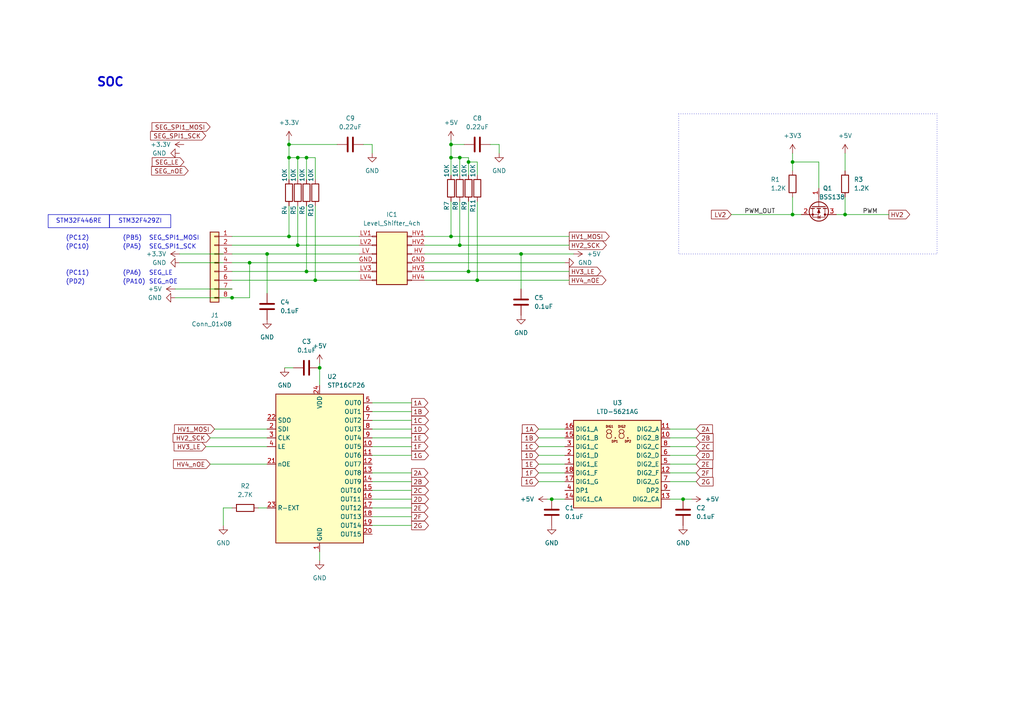
<source format=kicad_sch>
(kicad_sch (version 20230121) (generator eeschema)
  (paper "A4")
  (title_block (title "[AMDS] 2-Digit 7-Segment Schematic"))
  (lib_symbols
    (symbol "+3.3V_2" (power) (pin_numbers hide) (pin_names (offset 0) hide)
      (property "Value" "+3.3V_2" (at 0 3.556 0))
      (symbol "+3.3V_2_0_1"
        (polyline (pts (xy -0.762 1.27) (xy 0 2.54)))
        (polyline (pts (xy 0 0) (xy 0 2.54)))
        (polyline (pts (xy 0 2.54) (xy 0.762 1.27)))
      )
      (symbol "+3.3V_2_1_1"
        (pin power_in line (at 0 0 90) (length 0) hide (name "+3.3V") (number "1"))
      )
    )
    (symbol "+5V_1" (power) (pin_numbers hide) (pin_names (offset 0) hide)
      (property "Value" "+5V_1" (at 0 3.556 0))
      (symbol "+5V_1_0_1"
        (polyline (pts (xy -0.762 1.27) (xy 0 2.54)))
        (polyline (pts (xy 0 0) (xy 0 2.54)))
        (polyline (pts (xy 0 2.54) (xy 0.762 1.27)))
      )
      (symbol "+5V_1_1_1"
        (pin power_in line (at 0 0 90) (length 0) hide (name "+5V") (number "1"))
      )
    )
    (symbol "Connector_Generic:Conn_01x08" (pin_names (offset 1.016) hide)
      (property "Reference" "J" (at 0 10.16 0))
      (property "Value" "Conn_01x08" (at 0 -12.7 0))
      (symbol "Conn_01x08_1_1"
        (rectangle (start -1.27 -10.033) (end 0 -10.287) (stroke (width 0.1524)))
        (rectangle (start -1.27 -7.493) (end 0 -7.747) (stroke (width 0.1524)))
        (rectangle (start -1.27 -4.953) (end 0 -5.207) (stroke (width 0.1524)))
        (rectangle (start -1.27 -2.413) (end 0 -2.667) (stroke (width 0.1524)))
        (rectangle (start -1.27 0.127) (end 0 -0.127) (stroke (width 0.1524)))
        (rectangle (start -1.27 2.667) (end 0 2.413) (stroke (width 0.1524)))
        (rectangle (start -1.27 5.207) (end 0 4.953) (stroke (width 0.1524)))
        (rectangle (start -1.27 7.747) (end 0 7.493) (stroke (width 0.1524)))
        (rectangle (start -1.27 8.89) (end 1.27 -11.43) (stroke (width 0.254)) (fill (type background)))
        (pin passive line (at -5.08 7.62 0) (length 3.81) (name "Pin_1") (number "1"))
        (pin passive line (at -5.08 5.08 0) (length 3.81) (name "Pin_2") (number "2"))
        (pin passive line (at -5.08 2.54 0) (length 3.81) (name "Pin_3") (number "3"))
        (pin passive line (at -5.08 0 0) (length 3.81) (name "Pin_4") (number "4"))
        (pin passive line (at -5.08 -2.54 0) (length 3.81) (name "Pin_5") (number "5"))
        (pin passive line (at -5.08 -5.08 0) (length 3.81) (name "Pin_6") (number "6"))
        (pin passive line (at -5.08 -7.62 0) (length 3.81) (name "Pin_7") (number "7"))
        (pin passive line (at -5.08 -10.16 0) (length 3.81) (name "Pin_8") (number "8"))
      )
    )
    (symbol "Connector_Generic:Level_Shifter_4ch" (pin_names (offset 1.016) hide)
      (property "Reference" "IC1" (at 1.27 16.51 0))
      (property "Value" "Level_Shifter_4ch" (at 3.81 13.97 0))
      (symbol "Level_Shifter_4ch_1_1"
        (rectangle (start -1.27 -2.413) (end 0 -2.667) (stroke (width 0.1524)))
        (rectangle (start -1.27 0.127) (end 0 -0.127) (stroke (width 0.1524)))
        (rectangle (start -1.27 2.667) (end 0 2.413) (stroke (width 0.1524)))
        (rectangle (start -1.27 5.207) (end 0 4.953) (stroke (width 0.1524)))
        (rectangle (start -1.27 7.747) (end 0 7.493) (stroke (width 0.1524)))
        (rectangle (start -1.27 10.287) (end 0 10.033) (stroke (width 0.1524)))
        (rectangle (start 0 11.43) (end 8.89 -3.81) (stroke (width 0.254)) (fill (type background)))
        (rectangle (start 10.16 -2.413) (end 8.89 -2.667) (stroke (width 0.1524)))
        (rectangle (start 10.16 0.127) (end 8.89 -0.127) (stroke (width 0.1524)))
        (rectangle (start 10.16 2.667) (end 8.89 2.413) (stroke (width 0.1524)))
        (rectangle (start 10.16 5.207) (end 8.89 4.953) (stroke (width 0.1524)))
        (rectangle (start 10.16 7.747) (end 8.89 7.493) (stroke (width 0.1524)))
        (rectangle (start 10.16 10.287) (end 8.89 10.033) (stroke (width 0.1524)))
        (pin passive line (at -5.08 2.54 0) (length 3.81) (name "Pin_a4") (number "GND"))
        (pin passive line (at 13.97 2.54 180) (length 3.81) (name "Pin_b4") (number "GND"))
        (pin passive line (at 13.97 5.08 180) (length 3.81) (name "pin_b3") (number "HV"))
        (pin passive line (at 13.97 10.16 180) (length 3.81) (name "Pin_b1") (number "HV1"))
        (pin passive line (at 13.97 7.62 180) (length 3.81) (name "Pin_b2") (number "HV2"))
        (pin passive line (at 13.97 0 180) (length 3.81) (name "Pin_b5") (number "HV3"))
        (pin passive line (at 13.97 -2.54 180) (length 3.81) (name "Pin_b6") (number "HV4"))
        (pin passive line (at -5.08 5.08 0) (length 3.81) (name "Pin_a3") (number "LV"))
        (pin passive line (at -5.08 10.16 0) (length 3.81) (name "Pin_a1") (number "LV1"))
        (pin passive line (at -5.08 7.62 0) (length 3.81) (name "Pin_a2") (number "LV2"))
        (pin passive line (at -5.08 0 0) (length 3.81) (name "Pin_a5") (number "LV3"))
        (pin passive line (at -5.08 -2.54 0) (length 3.81) (name "Pin_a6") (number "LV4"))
      )
    )
    (symbol "Device:C" (pin_numbers hide) (pin_names (offset 0.254))
      (property "Reference" "C" (at 0.635 2.54 0))
      (property "Value" "C" (at 0.635 -2.54 0))
      (symbol "C_0_1"
        (polyline (pts (xy -2.032 -0.762) (xy 2.032 -0.762)) (stroke (width 0.508)))
        (polyline (pts (xy -2.032 0.762) (xy 2.032 0.762)) (stroke (width 0.508)))
      )
      (symbol "C_1_1"
        (pin passive line (at 0 3.81 270) (length 2.794) (name "~") (number "1"))
        (pin passive line (at 0 -3.81 90) (length 2.794) (name "~") (number "2"))
      )
    )
    (symbol "Device:R" (pin_numbers hide) (pin_names (offset 0))
      (property "Reference" "R" (at 2.032 0 90))
      (property "Value" "R" (at 0 0 90))
      (symbol "R_0_1"
        (rectangle (start -1.016 -2.54) (end 1.016 2.54) (stroke (width 0.254)))
      )
      (symbol "R_1_1"
        (pin passive line (at 0 3.81 270) (length 1.27) (name "~") (number "1"))
        (pin passive line (at 0 -3.81 90) (length 1.27) (name "~") (number "2"))
      )
    )
    (symbol "Driver_LED:LED1642GWPTR"
      (property "Reference" "U2" (at 2.1941 25.4 0))
      (property "Value" "STP16CP26" (at 2.1941 22.86 0))
      (symbol "LED1642GWPTR_0_1"
        (rectangle (start -12.7 20.32) (end 12.7 -22.86) (stroke (width 0.254)) (fill (type background)))
      )
      (symbol "LED1642GWPTR_1_0"
        (pin input line (at -15.24 0 0) (length 2.54) (name "nOE") (number "21"))
      )
      (symbol "LED1642GWPTR_1_1"
        (pin power_in line (at 0 -25.4 90) (length 2.54) (name "GND") (number "1"))
        (pin output line (at 15.24 5.08 180) (length 2.54) (name "OUT5") (number "10"))
        (pin output line (at 15.24 2.54 180) (length 2.54) (name "OUT6") (number "11"))
        (pin output line (at 15.24 0 180) (length 2.54) (name "OUT7") (number "12"))
        (pin output line (at 15.24 -2.54 180) (length 2.54) (name "OUT8") (number "13"))
        (pin output line (at 15.24 -5.08 180) (length 2.54) (name "OUT9") (number "14"))
        (pin output line (at 15.24 -7.62 180) (length 2.54) (name "OUT10") (number "15"))
        (pin output line (at 15.24 -10.16 180) (length 2.54) (name "OUT11") (number "16"))
        (pin output line (at 15.24 -12.7 180) (length 2.54) (name "OUT12") (number "17"))
        (pin output line (at 15.24 -15.24 180) (length 2.54) (name "OUT13") (number "18"))
        (pin output line (at 15.24 -17.78 180) (length 2.54) (name "OUT14") (number "19"))
        (pin input line (at -15.24 10.16 0) (length 2.54) (name "SDI") (number "2"))
        (pin output line (at 15.24 -20.32 180) (length 2.54) (name "OUT15") (number "20"))
        (pin output line (at -15.24 12.7 0) (length 2.54) (name "SDO") (number "22"))
        (pin passive line (at -15.24 -12.7 0) (length 2.54) (name "R-EXT") (number "23"))
        (pin power_in line (at 0 22.86 270) (length 2.54) (name "VDD") (number "24"))
        (pin input line (at -15.24 7.62 0) (length 2.54) (name "CLK") (number "3"))
        (pin input line (at -15.24 5.08 0) (length 2.54) (name "LE") (number "4"))
        (pin output line (at 15.24 17.78 180) (length 2.54) (name "OUT0") (number "5"))
        (pin output line (at 15.24 15.24 180) (length 2.54) (name "OUT1") (number "6"))
        (pin output line (at 15.24 12.7 180) (length 2.54) (name "OUT2") (number "7"))
        (pin output line (at 15.24 10.16 180) (length 2.54) (name "OUT3") (number "8"))
        (pin output line (at 15.24 7.62 180) (length 2.54) (name "OUT4") (number "9"))
      )
    )
    (symbol "GND_1" (power) (pin_numbers hide) (pin_names (offset 0) hide)
      (property "Value" "GND_1" (at 0 -3.81 0))
      (symbol "GND_1_0_1"
        (polyline (pts (xy 0 0) (xy 0 -1.27) (xy 1.27 -1.27) (xy 0 -2.54) (xy -1.27 -1.27) (xy 0 -1.27)))
      )
      (symbol "GND_1_1_1"
        (pin power_in line (at 0 0 270) (length 0) hide (name "GND") (number "1"))
      )
    )
    (symbol "GND_3" (power) (pin_numbers hide) (pin_names (offset 0) hide)
      (property "Value" "GND_3" (at 0 -3.81 0))
      (symbol "GND_3_0_1"
        (polyline (pts (xy 0 0) (xy 0 -1.27) (xy 1.27 -1.27) (xy 0 -2.54) (xy -1.27 -1.27) (xy 0 -1.27)))
      )
      (symbol "GND_3_1_1"
        (pin power_in line (at 0 0 270) (length 0) hide (name "GND") (number "1"))
      )
    )
    (symbol "LTD-5621AG:LTD-5621AG"
      (property "Reference" "U" (at -11.43 13.97 0))
      (property "Value" "LTD-5621AG" (at 8.89 13.97 0))
      (symbol "LTD-5621AG_0_0"
        (text "8.8." (at 0 8.636 0) (effects (font (size 2.54 2.54))))
        (text "DIG1" (at -2.286 10.922 0) (effects (font (size 0.635 0.635))))
        (text "DIG2" (at 1.27 10.922 0) (effects (font (size 0.635 0.635))))
        (text "DP1" (at -0.762 6.604 0) (effects (font (size 0.635 0.635))))
        (text "DP2" (at 3.048 6.604 0) (effects (font (size 0.635 0.635))))
      )
      (symbol "LTD-5621AG_0_1"
        (rectangle (start -12.7 12.7) (end 12.7 -12.7) (stroke (width 0.254)) (fill (type background)))
      )
      (symbol "LTD-5621AG_1_1"
        (pin input line (at -15.24 0 0) (length 2.54) (name "DIG1_E") (number "1"))
        (pin input line (at 15.24 7.62 180) (length 2.54) (name "DIG2_B") (number "10"))
        (pin input line (at 15.24 10.16 180) (length 2.54) (name "DIG2_A") (number "11"))
        (pin input line (at 15.24 -2.54 180) (length 2.54) (name "DIG2_F") (number "12"))
        (pin input line (at 15.24 -10.16 180) (length 2.54) (name "DIG2_CA") (number "13"))
        (pin input line (at -15.24 -10.16 0) (length 2.54) (name "DIG1_CA") (number "14"))
        (pin input line (at -15.24 7.62 0) (length 2.54) (name "DIG1_B") (number "15"))
        (pin input line (at -15.24 10.16 0) (length 2.54) (name "DIG1_A") (number "16"))
        (pin input line (at -15.24 -5.08 0) (length 2.54) (name "DIG1_G") (number "17"))
        (pin input line (at -15.24 -2.54 0) (length 2.54) (name "DIG1_F") (number "18"))
        (pin input line (at -15.24 2.54 0) (length 2.54) (name "DIG1_D") (number "2"))
        (pin input line (at -15.24 5.08 0) (length 2.54) (name "DIG1_C") (number "3"))
        (pin input line (at -15.24 -7.62 0) (length 2.54) (name "DP1") (number "4"))
        (pin input line (at 15.24 0 180) (length 2.54) (name "DIG2_E") (number "5"))
        (pin input line (at 15.24 2.54 180) (length 2.54) (name "DIG2_D") (number "6"))
        (pin input line (at 15.24 -5.08 180) (length 2.54) (name "DIG2_G") (number "7"))
        (pin input line (at 15.24 5.08 180) (length 2.54) (name "DIG2_C") (number "8"))
        (pin input line (at 15.24 -7.62 180) (length 2.54) (name "DP2") (number "9"))
      )
    )
    (symbol "Transistor_FET:BSS138" (pin_names hide)
      (property "Reference" "Q" (at 5.08 1.905 0))
      (property "Value" "BSS138" (at 5.08 0 0))
      (symbol "BSS138_0_1"
        (polyline (pts (xy 0.254 0) (xy -2.54 0)))
        (polyline (pts (xy 0.254 1.905) (xy 0.254 -1.905)) (stroke (width 0.254)))
        (polyline (pts (xy 0.762 -1.27) (xy 0.762 -2.286)) (stroke (width 0.254)))
        (polyline (pts (xy 0.762 0.508) (xy 0.762 -0.508)) (stroke (width 0.254)))
        (polyline (pts (xy 0.762 2.286) (xy 0.762 1.27)) (stroke (width 0.254)))
        (polyline (pts (xy 2.54 2.54) (xy 2.54 1.778)))
        (polyline (pts (xy 2.54 -2.54) (xy 2.54 0) (xy 0.762 0)))
        (polyline (pts (xy 0.762 -1.778) (xy 3.302 -1.778) (xy 3.302 1.778) (xy 0.762 1.778)))
        (polyline (pts (xy 1.016 0) (xy 2.032 0.381) (xy 2.032 -0.381) (xy 1.016 0)) (fill (type outline)))
        (polyline (pts (xy 2.794 0.508) (xy 2.921 0.381) (xy 3.683 0.381) (xy 3.81 0.254)))
        (polyline (pts (xy 3.302 0.381) (xy 2.921 -0.254) (xy 3.683 -0.254) (xy 3.302 0.381)))
        (circle (center 1.651 0) (radius 2.794) (stroke (width 0.254)))
        (circle (center 2.54 -1.778) (radius 0.254) (fill (type outline)))
        (circle (center 2.54 1.778) (radius 0.254) (fill (type outline)))
      )
      (symbol "BSS138_1_1"
        (pin input line (at -5.08 0 0) (length 2.54) (name "G") (number "1"))
        (pin passive line (at 2.54 -5.08 90) (length 2.54) (name "S") (number "2"))
        (pin passive line (at 2.54 5.08 270) (length 2.54) (name "D") (number "3"))
      )
    )
    (symbol "power:+3.3V" (power) (pin_names (offset 0))
      (property "Value" "+3.3V" (at 0 3.556 0))
      (symbol "+3.3V_0_1"
        (polyline (pts (xy -0.762 1.27) (xy 0 2.54)))
        (polyline (pts (xy 0 0) (xy 0 2.54)))
        (polyline (pts (xy 0 2.54) (xy 0.762 1.27)))
      )
      (symbol "+3.3V_1_1"
        (pin power_in line (at 0 0 90) (length 0) hide (name "+3V3") (number "1"))
      )
    )
    (symbol "power:+5V" (power) (pin_names (offset 0))
      (property "Value" "+5V" (at 0 3.556 0))
      (symbol "+5V_0_1"
        (polyline (pts (xy -0.762 1.27) (xy 0 2.54)))
        (polyline (pts (xy 0 0) (xy 0 2.54)))
        (polyline (pts (xy 0 2.54) (xy 0.762 1.27)))
      )
      (symbol "+5V_1_1"
        (pin power_in line (at 0 0 90) (length 0) hide (name "+5V") (number "1"))
      )
    )
  )
  (junction (at 138.43 81.28))
  (junction (at 133.35 45.72))
  (junction (at 86.36 71.12))
  (junction (at 160.02 144.78))
  (junction (at 245.11 62.23))
  (junction (at 88.9 78.74))
  (junction (at 130.81 45.72))
  (junction (at 91.44 81.28))
  (junction (at 77.47 73.66))
  (junction (at 83.82 68.58))
  (junction (at 133.35 71.12))
  (junction (at 229.87 62.23))
  (junction (at 83.82 45.72))
  (junction (at 229.87 46.99))
  (junction (at 83.82 41.91))
  (junction (at 67.31 86.36))
  (junction (at 151.13 73.66))
  (junction (at 130.81 68.58))
  (junction (at 130.81 41.91))
  (junction (at 198.12 144.78))
  (junction (at 92.71 106.68))
  (junction (at 135.89 78.74))
  (junction (at 86.36 45.72))
  (junction (at 72.39 76.2))
  (junction (at 88.9 45.72))
  (junction (at 135.89 46.99))
  (wire (pts (xy 107.95 116.84) (xy 119.38 116.84)))
  (wire (pts (xy 158.75 144.78) (xy 160.02 144.78)))
  (wire (pts (xy 91.44 59.69) (xy 91.44 81.28)))
  (wire (pts (xy 86.36 59.69) (xy 86.36 71.12)))
  (wire (pts (xy 107.95 44.45) (xy 107.95 41.91)))
  (wire (pts (xy 83.82 45.72) (xy 83.82 52.07)))
  (wire (pts (xy 156.21 129.54) (xy 163.83 129.54)))
  (wire (pts (xy 107.95 119.38) (xy 119.38 119.38)))
  (wire (pts (xy 163.83 76.2) (xy 123.19 76.2)))
  (wire (pts (xy 130.81 58.42) (xy 130.81 68.58)))
  (wire (pts (xy 138.43 46.99) (xy 138.43 50.8)))
  (wire (pts (xy 83.82 68.58) (xy 104.14 68.58)))
  (wire (pts (xy 135.89 58.42) (xy 135.89 78.74)))
  (wire (pts (xy 156.21 124.46) (xy 163.83 124.46)))
  (wire (pts (xy 198.12 144.78) (xy 194.31 144.78)))
  (wire (pts (xy 237.49 54.61) (xy 237.49 46.99)))
  (wire (pts (xy 156.21 139.7) (xy 163.83 139.7)))
  (wire (pts (xy 156.21 137.16) (xy 163.83 137.16)))
  (wire (pts (xy 83.82 41.91) (xy 97.79 41.91)))
  (wire (pts (xy 144.78 44.45) (xy 144.78 41.91)))
  (wire (pts (xy 52.07 76.2) (xy 64.77 76.2)))
  (wire (pts (xy 92.71 105.41) (xy 92.71 106.68)))
  (wire (pts (xy 194.31 129.54) (xy 201.93 129.54)))
  (wire (pts (xy 86.36 71.12) (xy 104.14 71.12)))
  (wire (pts (xy 83.82 59.69) (xy 83.82 68.58)))
  (wire (pts (xy 194.31 139.7) (xy 201.93 139.7)))
  (wire (pts (xy 160.02 144.78) (xy 163.83 144.78)))
  (wire (pts (xy 237.49 46.99) (xy 229.87 46.99)))
  (wire (pts (xy 138.43 58.42) (xy 138.43 81.28)))
  (wire (pts (xy 107.95 139.7) (xy 119.38 139.7)))
  (wire (pts (xy 138.43 81.28) (xy 165.1 81.28)))
  (wire (pts (xy 144.78 41.91) (xy 142.24 41.91)))
  (wire (pts (xy 229.87 46.99) (xy 229.87 49.53)))
  (wire (pts (xy 92.71 106.68) (xy 92.71 111.76)))
  (wire (pts (xy 107.95 124.46) (xy 119.38 124.46)))
  (wire (pts (xy 50.8 86.36) (xy 67.31 86.36)))
  (wire (pts (xy 156.21 127) (xy 163.83 127)))
  (wire (pts (xy 130.81 41.91) (xy 130.81 45.72)))
  (wire (pts (xy 156.21 134.62) (xy 163.83 134.62)))
  (wire (pts (xy 245.11 44.45) (xy 245.11 49.53)))
  (wire (pts (xy 91.44 45.72) (xy 91.44 52.07)))
  (wire (pts (xy 60.96 127) (xy 77.47 127)))
  (wire (pts (xy 130.81 40.64) (xy 130.81 41.91)))
  (wire (pts (xy 86.36 45.72) (xy 88.9 45.72)))
  (wire (pts (xy 107.95 41.91) (xy 105.41 41.91)))
  (wire (pts (xy 91.44 81.28) (xy 104.14 81.28)))
  (wire (pts (xy 74.93 147.32) (xy 77.47 147.32)))
  (wire (pts (xy 107.95 121.92) (xy 119.38 121.92)))
  (wire (pts (xy 64.77 147.32) (xy 67.31 147.32)))
  (wire (pts (xy 60.96 134.62) (xy 77.47 134.62)))
  (wire (pts (xy 165.1 68.58) (xy 130.81 68.58)))
  (wire (pts (xy 88.9 45.72) (xy 91.44 45.72)))
  (wire (pts (xy 229.87 44.45) (xy 229.87 46.99)))
  (wire (pts (xy 135.89 46.99) (xy 135.89 50.8)))
  (wire (pts (xy 130.81 41.91) (xy 134.62 41.91)))
  (wire (pts (xy 212.09 62.23) (xy 229.87 62.23)))
  (wire (pts (xy 83.82 45.72) (xy 86.36 45.72)))
  (wire (pts (xy 135.89 46.99) (xy 138.43 46.99)))
  (wire (pts (xy 50.8 83.82) (xy 67.31 83.82)))
  (wire (pts (xy 59.69 129.54) (xy 77.47 129.54)))
  (wire (pts (xy 107.95 144.78) (xy 119.38 144.78)))
  (wire (pts (xy 107.95 142.24) (xy 119.38 142.24)))
  (wire (pts (xy 92.71 162.56) (xy 92.71 160.02)))
  (wire (pts (xy 200.66 144.78) (xy 198.12 144.78)))
  (wire (pts (xy 67.31 81.28) (xy 91.44 81.28)))
  (wire (pts (xy 67.31 73.66) (xy 77.47 73.66)))
  (wire (pts (xy 245.11 57.15) (xy 245.11 62.23)))
  (wire (pts (xy 242.57 62.23) (xy 245.11 62.23)))
  (wire (pts (xy 86.36 45.72) (xy 86.36 52.07)))
  (wire (pts (xy 130.81 45.72) (xy 130.81 50.8)))
  (wire (pts (xy 67.31 86.36) (xy 72.39 86.36)))
  (wire (pts (xy 77.47 73.66) (xy 104.14 73.66)))
  (wire (pts (xy 130.81 45.72) (xy 133.35 45.72)))
  (wire (pts (xy 107.95 147.32) (xy 119.38 147.32)))
  (wire (pts (xy 72.39 76.2) (xy 72.39 86.36)))
  (wire (pts (xy 83.82 41.91) (xy 83.82 45.72)))
  (wire (pts (xy 72.39 76.2) (xy 104.14 76.2)))
  (wire (pts (xy 67.31 76.2) (xy 72.39 76.2)))
  (wire (pts (xy 151.13 73.66) (xy 151.13 83.82)))
  (wire (pts (xy 67.31 68.58) (xy 83.82 68.58)))
  (wire (pts (xy 62.23 124.46) (xy 77.47 124.46)))
  (wire (pts (xy 88.9 78.74) (xy 104.14 78.74)))
  (wire (pts (xy 165.1 78.74) (xy 135.89 78.74)))
  (wire (pts (xy 83.82 40.64) (xy 83.82 41.91)))
  (wire (pts (xy 229.87 62.23) (xy 232.41 62.23)))
  (wire (pts (xy 88.9 45.72) (xy 88.9 52.07)))
  (wire (pts (xy 123.19 73.66) (xy 151.13 73.66)))
  (wire (pts (xy 130.81 68.58) (xy 123.19 68.58)))
  (wire (pts (xy 151.13 73.66) (xy 166.37 73.66)))
  (wire (pts (xy 67.31 71.12) (xy 86.36 71.12)))
  (wire (pts (xy 133.35 71.12) (xy 123.19 71.12)))
  (wire (pts (xy 194.31 134.62) (xy 201.93 134.62)))
  (wire (pts (xy 64.77 152.4) (xy 64.77 147.32)))
  (wire (pts (xy 165.1 71.12) (xy 133.35 71.12)))
  (wire (pts (xy 107.95 129.54) (xy 119.38 129.54)))
  (wire (pts (xy 156.21 132.08) (xy 163.83 132.08)))
  (wire (pts (xy 77.47 73.66) (xy 77.47 85.09)))
  (wire (pts (xy 133.35 58.42) (xy 133.35 71.12)))
  (wire (pts (xy 194.31 137.16) (xy 201.93 137.16)))
  (wire (pts (xy 194.31 132.08) (xy 201.93 132.08)))
  (wire (pts (xy 194.31 127) (xy 201.93 127)))
  (wire (pts (xy 107.95 132.08) (xy 119.38 132.08)))
  (wire (pts (xy 245.11 62.23) (xy 257.81 62.23)))
  (wire (pts (xy 67.31 78.74) (xy 88.9 78.74)))
  (wire (pts (xy 229.87 57.15) (xy 229.87 62.23)))
  (wire (pts (xy 107.95 127) (xy 119.38 127)))
  (wire (pts (xy 135.89 45.72) (xy 135.89 46.99)))
  (wire (pts (xy 135.89 78.74) (xy 123.19 78.74)))
  (wire (pts (xy 107.95 149.86) (xy 119.38 149.86)))
  (wire (pts (xy 88.9 59.69) (xy 88.9 78.74)))
  (wire (pts (xy 133.35 45.72) (xy 133.35 50.8)))
  (wire (pts (xy 52.07 73.66) (xy 64.77 73.66)))
  (wire (pts (xy 133.35 45.72) (xy 135.89 45.72)))
  (wire (pts (xy 123.19 81.28) (xy 138.43 81.28)))
  (wire (pts (xy 194.31 124.46) (xy 201.93 124.46)))
  (wire (pts (xy 107.95 137.16) (xy 119.38 137.16)))
  (wire (pts (xy 82.55 106.68) (xy 85.09 106.68)))
  (wire (pts (xy 107.95 152.4) (xy 119.38 152.4)))
  (rectangle (start 196.85 33.02) (end 271.78 73.66) (stroke (width 0) (type dot)))
  (text_box "STM32F446RE" (at 13.97 62.23 0) (size 17.78 3.81) (effects (font (size 1.27 1.27)) (justify top)))
  (text_box "STM32F429ZI" (at 31.75 62.23 0) (size 17.78 3.81) (effects (font (size 1.27 1.27)) (justify top)))
  (text "SEG_nOE" (at 43.18 82.55 0) (effects (font (size 1.27 1.27)) (justify left bottom)))
  (text "(PD2)" (at 19.05 82.55 0) (effects (font (size 1.27 1.27)) (justify left bottom)))
  (text "(PA5)" (at 35.56 72.39 0) (effects (font (size 1.27 1.27)) (justify left bottom)))
  (text "SOC" (at 27.94 25.4 0) (effects (font (size 2.5 2.5) (thickness 0.5) bold) (justify left bottom)))
  (text "(PA10)" (at 35.56 82.55 0) (effects (font (size 1.27 1.27)) (justify left bottom)))
  (text "(PC10)" (at 19.05 72.39 0) (effects (font (size 1.27 1.27)) (justify left bottom)))
  (text "(PB5)" (at 35.56 69.85 0) (effects (font (size 1.27 1.27)) (justify left bottom)))
  (text "(PA6)" (at 35.56 80.01 0) (effects (font (size 1.27 1.27)) (justify left bottom)))
  (text "SEG_LE" (at 43.18 80.01 0) (effects (font (size 1.27 1.27)) (justify left bottom)))
  (text "SEG_SPI1_SCK" (at 43.18 72.39 0) (effects (font (size 1.27 1.27)) (justify left bottom)))
  (text "(PC11)" (at 19.05 80.01 0) (effects (font (size 1.27 1.27)) (justify left bottom)))
  (text "(PC12)" (at 19.05 69.85 0) (effects (font (size 1.27 1.27)) (justify left bottom)))
  (text "SEG_SPI1_MOSI" (at 43.18 69.85 0) (effects (font (size 1.27 1.27)) (justify left bottom)))
  (label "PWM_OUT" (at 215.9 62.23 0))
  (label "PWM" (at 250.19 62.23 0))
  (global_label "SEG_SPI1_MOSI" (shape input) (at 60.96 36.83 180) (property "Intersheetrefs" "${INTERSHEET_REFS}" (effects hide)))
  (global_label "1C" (shape output) (at 119.38 121.92 0) (property "Intersheetrefs" "${INTERSHEET_REFS}" (effects hide)))
  (global_label "HV2_SCK" (shape output) (at 165.1 71.12 0) (property "Intersheetrefs" "${INTERSHEET_REFS}" (effects hide)))
  (global_label "2E" (shape input) (at 201.93 134.62 0) (property "Intersheetrefs" "${INTERSHEET_REFS}" (effects hide)))
  (global_label "1E" (shape output) (at 119.38 127 0) (property "Intersheetrefs" "${INTERSHEET_REFS}" (effects hide)))
  (global_label "1F" (shape output) (at 119.38 129.54 0) (property "Intersheetrefs" "${INTERSHEET_REFS}" (effects hide)))
  (global_label "1C" (shape input) (at 156.21 129.54 180) (property "Intersheetrefs" "${INTERSHEET_REFS}" (effects hide)))
  (global_label "1A" (shape input) (at 156.21 124.46 180) (property "Intersheetrefs" "${INTERSHEET_REFS}" (effects hide)))
  (global_label "1G" (shape input) (at 156.21 139.7 180) (property "Intersheetrefs" "${INTERSHEET_REFS}" (effects hide)))
  (global_label "2G" (shape input) (at 201.93 139.7 0) (property "Intersheetrefs" "${INTERSHEET_REFS}" (effects hide)))
  (global_label "SEG_LE" (shape input) (at 53.34 46.99 180) (property "Intersheetrefs" "${INTERSHEET_REFS}" (effects hide)))
  (global_label "2B" (shape output) (at 119.38 139.7 0) (property "Intersheetrefs" "${INTERSHEET_REFS}" (effects hide)))
  (global_label "1A" (shape output) (at 119.38 116.84 0) (property "Intersheetrefs" "${INTERSHEET_REFS}" (effects hide)))
  (global_label "LV2" (shape input) (at 212.09 62.23 180) (property "Intersheetrefs" "${INTERSHEET_REFS}" (effects hide)))
  (global_label "1B" (shape input) (at 156.21 127 180) (property "Intersheetrefs" "${INTERSHEET_REFS}" (effects hide)))
  (global_label "SEG_SPI1_SCK" (shape input) (at 59.69 39.37 180) (property "Intersheetrefs" "${INTERSHEET_REFS}" (effects hide)))
  (global_label "HV4_nOE" (shape output) (at 165.1 81.28 0) (property "Intersheetrefs" "${INTERSHEET_REFS}" (effects hide)))
  (global_label "HV3_LE" (shape input) (at 59.69 129.54 180) (property "Intersheetrefs" "${INTERSHEET_REFS}" (effects hide)))
  (global_label "2B" (shape input) (at 201.93 127 0) (property "Intersheetrefs" "${INTERSHEET_REFS}" (effects hide)))
  (global_label "2A" (shape input) (at 201.93 124.46 0) (property "Intersheetrefs" "${INTERSHEET_REFS}" (effects hide)))
  (global_label "1D" (shape input) (at 156.21 132.08 180) (property "Intersheetrefs" "${INTERSHEET_REFS}" (effects hide)))
  (global_label "2A" (shape output) (at 119.38 137.16 0) (property "Intersheetrefs" "${INTERSHEET_REFS}" (effects hide)))
  (global_label "1G" (shape output) (at 119.38 132.08 0) (property "Intersheetrefs" "${INTERSHEET_REFS}" (effects hide)))
  (global_label "SEG_nOE" (shape input) (at 54.61 49.53 180) (property "Intersheetrefs" "${INTERSHEET_REFS}" (effects hide)))
  (global_label "1B" (shape output) (at 119.38 119.38 0) (property "Intersheetrefs" "${INTERSHEET_REFS}" (effects hide)))
  (global_label "2C" (shape input) (at 201.93 129.54 0) (property "Intersheetrefs" "${INTERSHEET_REFS}" (effects hide)))
  (global_label "2G" (shape output) (at 119.38 152.4 0) (property "Intersheetrefs" "${INTERSHEET_REFS}" (effects hide)))
  (global_label "2F" (shape input) (at 201.93 137.16 0) (property "Intersheetrefs" "${INTERSHEET_REFS}" (effects hide)))
  (global_label "HV3_LE" (shape output) (at 165.1 78.74 0) (property "Intersheetrefs" "${INTERSHEET_REFS}" (effects hide)))
  (global_label "1F" (shape input) (at 156.21 137.16 180) (property "Intersheetrefs" "${INTERSHEET_REFS}" (effects hide)))
  (global_label "HV2_SCK" (shape input) (at 60.96 127 180) (property "Intersheetrefs" "${INTERSHEET_REFS}" (effects hide)))
  (global_label "HV1_MOSI" (shape output) (at 165.1 68.58 0) (property "Intersheetrefs" "${INTERSHEET_REFS}" (effects hide)))
  (global_label "2F" (shape output) (at 119.38 149.86 0) (property "Intersheetrefs" "${INTERSHEET_REFS}" (effects hide)))
  (global_label "2E" (shape output) (at 119.38 147.32 0) (property "Intersheetrefs" "${INTERSHEET_REFS}" (effects hide)))
  (global_label "1D" (shape output) (at 119.38 124.46 0) (property "Intersheetrefs" "${INTERSHEET_REFS}" (effects hide)))
  (global_label "HV2" (shape output) (at 257.81 62.23 0) (property "Intersheetrefs" "${INTERSHEET_REFS}" (effects hide)))
  (global_label "HV4_nOE" (shape input) (at 60.96 134.62 180) (property "Intersheetrefs" "${INTERSHEET_REFS}" (effects hide)))
  (global_label "2C" (shape output) (at 119.38 142.24 0) (property "Intersheetrefs" "${INTERSHEET_REFS}" (effects hide)))
  (global_label "2D" (shape input) (at 201.93 132.08 0) (property "Intersheetrefs" "${INTERSHEET_REFS}" (effects hide)))
  (global_label "HV1_MOSI" (shape input) (at 62.23 124.46 180) (property "Intersheetrefs" "${INTERSHEET_REFS}" (effects hide)))
  (global_label "2D" (shape output) (at 119.38 144.78 0) (property "Intersheetrefs" "${INTERSHEET_REFS}" (effects hide)))
  (global_label "1E" (shape input) (at 156.21 134.62 180) (property "Intersheetrefs" "${INTERSHEET_REFS}" (effects hide)))
  (symbol (lib_name "+5V_1") (lib_id "power:+5V") (at 130.81 40.64 0) (unit 1)
    (property "Reference" "#PWR017" (effects hide))
    (property "Value" "+5V" (at 130.81 35.56 0))
  )
  (symbol (lib_name "GND_3") (lib_id "power:GND") (at 144.78 44.45 0) (unit 1)
    (property "Reference" "#PWR019" (effects hide))
    (property "Value" "GND" (at 144.78 49.53 0))
  )
  (symbol (lib_id "Device:R") (at 245.11 53.34 0) (unit 1)
    (property "Reference" "R3" (at 247.65 52.0699 0) (effects (justify left)))
    (property "Value" "1.2K" (at 247.65 54.6099 0) (effects (justify left)))
  )
  (symbol (lib_id "Device:C") (at 77.47 88.9 0) (unit 1)
    (property "Reference" "C4" (at 81.28 87.63 0) (effects (justify left)))
    (property "Value" "0.1uF" (at 81.28 90.17 0) (effects (justify left)))
  )
  (symbol (lib_name "GND_3") (lib_id "power:GND") (at 82.55 106.68 0) (unit 1)
    (property "Reference" "#PWR014" (effects hide))
    (property "Value" "GND" (at 82.55 111.76 0))
  )
  (symbol (lib_id "Device:R") (at 229.87 53.34 0) (unit 1)
    (property "Reference" "R1" (at 223.52 52.07 0) (effects (justify left)))
    (property "Value" "1.2K" (at 223.52 54.61 0) (effects (justify left)))
  )
  (symbol (lib_id "Device:R") (at 71.12 147.32 90) (unit 1)
    (property "Reference" "R2" (at 71.12 140.97 90))
    (property "Value" "2.7K" (at 71.12 143.51 90))
  )
  (symbol (lib_name "GND_3") (lib_id "power:GND") (at 160.02 152.4 0) (unit 1)
    (property "Reference" "#PWR011" (effects hide))
    (property "Value" "GND" (at 160.02 157.48 0))
  )
  (symbol (lib_name "GND_3") (lib_id "power:GND") (at 151.13 91.44 0) (unit 1)
    (property "Reference" "#PWR015" (effects hide))
    (property "Value" "GND" (at 151.13 96.52 0))
  )
  (symbol (lib_id "Device:R") (at 133.35 54.61 180) (unit 1)
    (property "Reference" "R8" (at 132.08 59.69 90))
    (property "Value" "10K" (at 132.08 49.53 90))
  )
  (symbol (lib_id "Device:R") (at 86.36 55.88 180) (unit 1)
    (property "Reference" "R5" (at 85.09 60.96 90))
    (property "Value" "10K" (at 85.09 50.8 90))
  )
  (symbol (lib_id "Connector_Generic:Conn_01x08") (at 62.23 76.2 0) (mirror y) (unit 1)
    (property "Reference" "J1" (at 63.5 91.44 0) (effects (justify left)))
    (property "Value" "Conn_01x08" (at 67.31 93.98 0) (effects (justify left)))
  )
  (symbol (lib_name "GND_1") (lib_id "power:GND") (at 52.07 76.2 270) (unit 1)
    (property "Reference" "#PWR08" (effects hide))
    (property "Value" "GND" (at 48.26 76.2 90) (effects (justify right)))
  )
  (symbol (lib_id "Device:C") (at 198.12 148.59 0) (unit 1)
    (property "Reference" "C2" (at 201.93 147.32 0) (effects (justify left)))
    (property "Value" "0.1uF" (at 201.93 149.86 0) (effects (justify left)))
  )
  (symbol (lib_id "power:+3.3V") (at 229.87 44.45 0) (unit 1)
    (property "Reference" "#PWR01" (effects hide))
    (property "Value" "+3.3V" (at 229.87 39.37 0))
  )
  (symbol (lib_name "+3.3V_2") (lib_id "power:+3.3V") (at 52.07 73.66 90) (mirror x) (unit 1)
    (property "Reference" "#PWR012" (effects hide))
    (property "Value" "+3.3V" (at 48.26 73.66 90) (effects (justify left)))
  )
  (symbol (lib_id "Device:R") (at 130.81 54.61 180) (unit 1)
    (property "Reference" "R7" (at 129.54 59.69 90))
    (property "Value" "10K" (at 129.54 49.53 90))
  )
  (symbol (lib_id "Device:C") (at 101.6 41.91 90) (unit 1)
    (property "Reference" "C9" (at 101.6 34.29 90))
    (property "Value" "0.22uF" (at 101.6 36.83 90))
  )
  (symbol (lib_id "Transistor_FET:BSS138") (at 237.49 59.69 270) (unit 1)
    (property "Reference" "Q1" (at 240.03 54.61 90))
    (property "Value" "BSS138" (at 241.3 57.15 90))
    (property "Footprint" "Package_TO_SOT_SMD:SOT-23" (effects hide))
    (property "Datasheet" "https://www.onsemi.com/pub/Collateral/BSS138-D.PDF" (effects hide))
  )
  (symbol (lib_name "+3.3V_2") (lib_id "power:+3.3V") (at 53.34 41.91 90) (mirror x) (unit 1)
    (property "Reference" "#PWR021" (effects hide))
    (property "Value" "+3.3V" (at 49.53 41.91 90) (effects (justify left)))
  )
  (symbol (lib_name "GND_1") (lib_id "power:GND") (at 50.8 86.36 270) (unit 1)
    (property "Reference" "#PWR023" (effects hide))
    (property "Value" "GND" (at 46.99 86.36 90) (effects (justify right)))
  )
  (symbol (lib_id "Device:C") (at 151.13 87.63 0) (unit 1)
    (property "Reference" "C5" (at 154.94 86.36 0) (effects (justify left)))
    (property "Value" "0.1uF" (at 154.94 88.9 0) (effects (justify left)))
  )
  (symbol (lib_name "GND_3") (lib_id "power:GND") (at 198.12 152.4 0) (unit 1)
    (property "Reference" "#PWR013" (effects hide))
    (property "Value" "GND" (at 198.12 157.48 0))
  )
  (symbol (lib_name "GND_1") (lib_id "power:GND") (at 64.77 152.4 0) (unit 1)
    (property "Reference" "#PWR05" (effects hide))
    (property "Value" "GND" (at 64.77 157.48 0))
  )
  (symbol (lib_name "+5V_1") (lib_id "power:+5V") (at 50.8 83.82 90) (unit 1)
    (property "Reference" "#PWR024" (effects hide))
    (property "Value" "+5V" (at 46.99 83.82 90) (effects (justify left)))
  )
  (symbol (lib_id "Device:R") (at 83.82 55.88 180) (unit 1)
    (property "Reference" "R4" (at 82.55 60.96 90))
    (property "Value" "10K" (at 82.55 50.8 90))
  )
  (symbol (lib_id "Driver_LED:LED1642GWPTR") (at 92.71 134.62 0) (unit 1)
    (property "Reference" "U2" (at 94.9041 109.22 0) (effects (justify left)))
    (property "Value" "STP16CP26" (at 94.9041 111.76 0) (effects (justify left)))
    (property "Footprint" "Package_SO:QSOP-24_3.9x8.7mm_P0.635mm" (effects hide))
    (property "Datasheet" "https://www.st.com/resource/en/datasheet/led1642gw.pdf" (effects hide))
  )
  (symbol (lib_id "Device:C") (at 88.9 106.68 90) (unit 1)
    (property "Reference" "C3" (at 88.9 99.06 90))
    (property "Value" "0.1uF" (at 88.9 101.6 90))
  )
  (symbol (lib_name "GND_3") (lib_id "power:GND") (at 77.47 92.71 0) (unit 1)
    (property "Reference" "#PWR06" (effects hide))
    (property "Value" "GND" (at 77.47 97.79 0))
  )
  (symbol (lib_id "Device:C") (at 138.43 41.91 90) (unit 1)
    (property "Reference" "C8" (at 138.43 34.29 90))
    (property "Value" "0.22uF" (at 138.43 36.83 90))
  )
  (symbol (lib_id "Device:R") (at 138.43 54.61 180) (unit 1)
    (property "Reference" "R11" (at 137.16 59.69 90))
    (property "Value" "10K" (at 137.16 49.53 90))
  )
  (symbol (lib_name "GND_3") (lib_id "power:GND") (at 92.71 162.56 0) (unit 1)
    (property "Reference" "#PWR022" (effects hide))
    (property "Value" "GND" (at 92.71 167.64 0))
  )
  (symbol (lib_name "GND_1") (lib_id "power:GND") (at 163.83 76.2 90) (unit 1)
    (property "Reference" "#PWR07" (effects hide))
    (property "Value" "GND" (at 167.64 76.2 90) (effects (justify right)))
  )
  (symbol (lib_id "LTD-5621AG:LTD-5621AG") (at 179.07 134.62 0) (unit 1)
    (property "Reference" "U3" (at 179.07 116.84 0))
    (property "Value" "LTD-5621AG" (at 179.07 119.38 0))
    (property "Footprint" "LTD-5621AG" (effects hide))
  )
  (symbol (lib_name "GND_1") (lib_id "power:GND") (at 52.07 44.45 270) (unit 1)
    (property "Reference" "#PWR016" (effects hide))
    (property "Value" "GND" (at 48.26 44.45 90) (effects (justify right)))
  )
  (symbol (lib_name "GND_3") (lib_id "power:GND") (at 107.95 44.45 0) (unit 1)
    (property "Reference" "#PWR020" (effects hide))
    (property "Value" "GND" (at 107.95 49.53 0))
  )
  (symbol (lib_name "+5V_1") (lib_id "power:+5V") (at 92.71 105.41 0) (unit 1)
    (property "Reference" "#PWR09" (effects hide))
    (property "Value" "+5V" (at 92.71 100.33 0))
  )
  (symbol (lib_id "Connector_Generic:Level_Shifter_4ch") (at 109.22 78.74 0) (unit 1)
    (property "Reference" "IC1" (at 113.665 62.23 0))
    (property "Value" "Level_Shifter_4ch" (at 113.665 64.77 0))
  )
  (symbol (lib_name "+5V_1") (lib_id "power:+5V") (at 166.37 73.66 270) (unit 1)
    (property "Reference" "#PWR010" (effects hide))
    (property "Value" "+5V" (at 170.18 73.66 90) (effects (justify left)))
  )
  (symbol (lib_id "power:+5V") (at 245.11 44.45 0) (unit 1)
    (property "Reference" "#PWR03" (effects hide))
    (property "Value" "+5V" (at 245.11 39.37 0))
  )
  (symbol (lib_name "+5V_1") (lib_id "power:+5V") (at 158.75 144.78 90) (unit 1)
    (property "Reference" "#PWR02" (effects hide))
    (property "Value" "+5V" (at 154.94 144.78 90) (effects (justify left)))
  )
  (symbol (lib_id "Device:R") (at 88.9 55.88 180) (unit 1)
    (property "Reference" "R6" (at 87.63 60.96 90))
    (property "Value" "10K" (at 87.63 50.8 90))
  )
  (symbol (lib_id "Device:R") (at 91.44 55.88 180) (unit 1)
    (property "Reference" "R10" (at 90.17 60.96 90))
    (property "Value" "10K" (at 90.17 50.8 90))
  )
  (symbol (lib_id "Device:R") (at 135.89 54.61 180) (unit 1)
    (property "Reference" "R9" (at 134.62 59.69 90))
    (property "Value" "10K" (at 134.62 49.53 90))
  )
  (symbol (lib_id "Device:C") (at 160.02 148.59 0) (unit 1)
    (property "Reference" "C1" (at 163.83 147.32 0) (effects (justify left)))
    (property "Value" "0.1uF" (at 163.83 149.86 0) (effects (justify left)))
  )
  (symbol (lib_name "+3.3V_2") (lib_id "power:+3.3V") (at 83.82 40.64 0) (mirror y) (unit 1)
    (property "Reference" "#PWR018" (effects hide))
    (property "Value" "+3.3V" (at 83.82 35.56 0))
  )
  (symbol (lib_name "+5V_1") (lib_id "power:+5V") (at 200.66 144.78 270) (unit 1)
    (property "Reference" "#PWR04" (effects hide))
    (property "Value" "+5V" (at 204.47 144.78 90) (effects (justify left)))
  )
)
</source>
